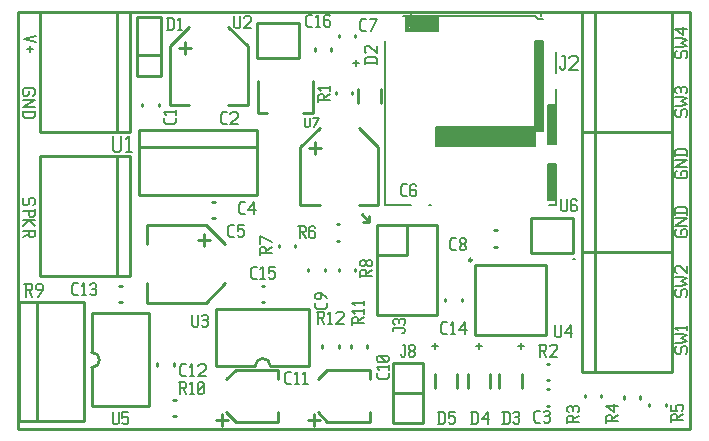
<source format=gbr>
G04 start of page 8 for group -4079 idx -4079 *
G04 Title: (unknown), topsilk *
G04 Creator: pcb 20110918 *
G04 CreationDate: Fri 20 Jun 2014 04:10:56 PM GMT UTC *
G04 For: ndholmes *
G04 Format: Gerber/RS-274X *
G04 PCB-Dimensions: 225000 140000 *
G04 PCB-Coordinate-Origin: lower left *
%MOIN*%
%FSLAX25Y25*%
%LNTOPSILK*%
%ADD75C,0.0080*%
%ADD74C,0.0100*%
G54D74*X179500Y139500D02*X500D01*
Y58500D01*
Y61000D02*Y500D01*
X224500D02*Y139500D01*
X167500D01*
X500Y500D02*X224500D01*
X117500Y69500D02*X116000D01*
X116500D02*X115500D01*
X115000Y72000D02*X117500Y69500D01*
Y71500D01*
G54D75*X219500Y66500D02*X220000Y67000D01*
X219500Y66500D02*Y65000D01*
X220000Y64500D02*X219500Y65000D01*
X220000Y64500D02*X223000D01*
X223500Y65000D01*
Y66500D02*Y65000D01*
Y66500D02*X223000Y67000D01*
X222000D02*X223000D01*
X221500Y66500D02*X222000Y67000D01*
X221500Y66500D02*Y65500D01*
X219500Y68200D02*X223500D01*
X219500D02*X223500Y70700D01*
X219500D02*X223500D01*
X219500Y72400D02*X223500D01*
X219500Y73700D02*X220200Y74400D01*
X222800D01*
X223500Y73700D02*X222800Y74400D01*
X223500Y73700D02*Y71900D01*
X219500Y73700D02*Y71900D01*
Y86000D02*X220000Y86500D01*
X219500Y86000D02*Y84500D01*
X220000Y84000D02*X219500Y84500D01*
X220000Y84000D02*X223000D01*
X223500Y84500D01*
Y86000D02*Y84500D01*
Y86000D02*X223000Y86500D01*
X222000D02*X223000D01*
X221500Y86000D02*X222000Y86500D01*
X221500Y86000D02*Y85000D01*
X219500Y87700D02*X223500D01*
X219500D02*X223500Y90200D01*
X219500D02*X223500D01*
X219500Y91900D02*X223500D01*
X219500Y93200D02*X220200Y93900D01*
X222800D01*
X223500Y93200D02*X222800Y93900D01*
X223500Y93200D02*Y91400D01*
X219500Y93200D02*Y91400D01*
Y86000D02*X220000Y86500D01*
X219500Y86000D02*Y84500D01*
X220000Y84000D02*X219500Y84500D01*
X220000Y84000D02*X223000D01*
X223500Y84500D01*
Y86000D02*Y84500D01*
Y86000D02*X223000Y86500D01*
X222000D02*X223000D01*
X221500Y86000D02*X222000Y86500D01*
X221500Y86000D02*Y85000D01*
X219500Y87700D02*X223500D01*
X219500D02*X223500Y90200D01*
X219500D02*X223500D01*
X219500Y91900D02*X223500D01*
X219500Y93200D02*X220200Y93900D01*
X222800D01*
X223500Y93200D02*X222800Y93900D01*
X223500Y93200D02*Y91400D01*
X219500Y93200D02*Y91400D01*
Y27500D02*X220000Y28000D01*
X219500Y27500D02*Y26000D01*
X220000Y25500D02*X219500Y26000D01*
X220000Y25500D02*X221000D01*
X221500Y26000D01*
Y27500D02*Y26000D01*
Y27500D02*X222000Y28000D01*
X223000D01*
X223500Y27500D02*X223000Y28000D01*
X223500Y27500D02*Y26000D01*
X223000Y25500D02*X223500Y26000D01*
X219500Y29200D02*X221500D01*
X223500Y29700D01*
X221500Y30700D01*
X223500Y31700D01*
X221500Y32200D01*
X219500D02*X221500D01*
X220300Y33400D02*X219500Y34200D01*
X223500D01*
Y34900D02*Y33400D01*
X219500Y46500D02*X220000Y47000D01*
X219500Y46500D02*Y45000D01*
X220000Y44500D02*X219500Y45000D01*
X220000Y44500D02*X221000D01*
X221500Y45000D01*
Y46500D02*Y45000D01*
Y46500D02*X222000Y47000D01*
X223000D01*
X223500Y46500D02*X223000Y47000D01*
X223500Y46500D02*Y45000D01*
X223000Y44500D02*X223500Y45000D01*
X219500Y48200D02*X221500D01*
X223500Y48700D01*
X221500Y49700D01*
X223500Y50700D01*
X221500Y51200D01*
X219500D02*X221500D01*
X220000Y52400D02*X219500Y52900D01*
Y54400D02*Y52900D01*
Y54400D02*X220000Y54900D01*
X221000D01*
X223500Y52400D02*X221000Y54900D01*
X223500D02*Y52400D01*
X6500Y131500D02*X2500Y130500D01*
X6500Y129500D01*
X4500Y128300D02*Y126300D01*
X3500Y127300D02*X5500D01*
X6000Y112000D02*X5500Y111500D01*
X6000Y113500D02*Y112000D01*
X5500Y114000D02*X6000Y113500D01*
X2500Y114000D02*X5500D01*
X2500D02*X2000Y113500D01*
Y112000D01*
X2500Y111500D01*
X3500D01*
X4000Y112000D02*X3500Y111500D01*
X4000Y113000D02*Y112000D01*
X2000Y110300D02*X6000D01*
X2000Y107800D01*
X6000D01*
X2000Y106100D02*X6000D01*
Y104800D02*X5300Y104100D01*
X2700D02*X5300D01*
X2000Y104800D02*X2700Y104100D01*
X2000Y106600D02*Y104800D01*
X6000Y106600D02*Y104800D01*
Y75500D02*X5500Y75000D01*
X6000Y77000D02*Y75500D01*
X5500Y77500D02*X6000Y77000D01*
X4500Y77500D02*X5500D01*
X4500D02*X4000Y77000D01*
Y75500D01*
X3500Y75000D01*
X2500D02*X3500D01*
X2000Y75500D02*X2500Y75000D01*
X2000Y77000D02*Y75500D01*
X2500Y77500D02*X2000Y77000D01*
Y73300D02*X6000D01*
Y73800D02*Y71800D01*
X5500Y71300D01*
X4500D02*X5500D01*
X4000Y71800D02*X4500Y71300D01*
X4000Y73300D02*Y71800D01*
X2000Y70100D02*X6000D01*
X4000D02*X6000Y68100D01*
X4000Y70100D02*X2000Y68100D01*
X6000Y66900D02*Y64900D01*
X5500Y64400D01*
X4500D02*X5500D01*
X4000Y64900D02*X4500Y64400D01*
X4000Y66400D02*Y64900D01*
X2000Y66400D02*X6000D01*
X4000Y65600D02*X2000Y64400D01*
X219500Y106500D02*X220000Y107000D01*
X219500Y106500D02*Y105000D01*
X220000Y104500D02*X219500Y105000D01*
X220000Y104500D02*X221000D01*
X221500Y105000D01*
Y106500D02*Y105000D01*
Y106500D02*X222000Y107000D01*
X223000D01*
X223500Y106500D02*X223000Y107000D01*
X223500Y106500D02*Y105000D01*
X223000Y104500D02*X223500Y105000D01*
X219500Y108200D02*X221500D01*
X223500Y108700D01*
X221500Y109700D01*
X223500Y110700D01*
X221500Y111200D01*
X219500D02*X221500D01*
X220000Y112400D02*X219500Y112900D01*
Y113900D02*Y112900D01*
Y113900D02*X220000Y114400D01*
X223500Y113900D02*X223000Y114400D01*
X223500Y113900D02*Y112900D01*
X223000Y112400D02*X223500Y112900D01*
X221300Y113900D02*Y112900D01*
X220000Y114400D02*X220800D01*
X221800D02*X223000D01*
X221800D02*X221300Y113900D01*
X220800Y114400D02*X221300Y113900D01*
X219500Y126000D02*X220000Y126500D01*
X219500Y126000D02*Y124500D01*
X220000Y124000D02*X219500Y124500D01*
X220000Y124000D02*X221000D01*
X221500Y124500D01*
Y126000D02*Y124500D01*
Y126000D02*X222000Y126500D01*
X223000D01*
X223500Y126000D02*X223000Y126500D01*
X223500Y126000D02*Y124500D01*
X223000Y124000D02*X223500Y124500D01*
X219500Y127700D02*X221500D01*
X223500Y128200D01*
X221500Y129200D01*
X223500Y130200D01*
X221500Y130700D01*
X219500D02*X221500D01*
X222000Y131900D02*X219500Y133900D01*
X222000Y134400D02*Y131900D01*
X219500Y133900D02*X223500D01*
X112000Y122500D02*X114000D01*
X113000Y123500D02*Y121500D01*
X167000Y28000D02*X169000D01*
X168000Y29000D02*Y27000D01*
X153000Y28000D02*X155000D01*
X154000Y29000D02*Y27000D01*
X185500Y57000D02*X186000D01*
X138500Y28000D02*X140500D01*
X139500Y29000D02*Y27000D01*
G54D74*X51008Y108508D02*X57504D01*
X70496D02*X76992D01*
Y127996D02*Y108508D01*
X51008Y127996D02*Y108508D01*
X76992Y127996D02*X70496Y134492D01*
X51008Y127996D02*X57504Y134492D01*
X54000Y127500D02*X58000D01*
X56000Y129500D02*Y125500D01*
X7700Y139500D02*Y99500D01*
X37700Y139500D02*Y99500D01*
X33300Y139500D02*Y99500D01*
X7700Y139500D02*X37700D01*
X7700Y99500D02*X37700D01*
X48000Y137900D02*Y118200D01*
X40000Y137900D02*Y118200D01*
X48000D01*
X40000Y137900D02*X48000D01*
X40000Y125000D02*X48000D01*
X47255Y108893D02*Y108107D01*
X41745Y108893D02*Y108107D01*
X112755Y131893D02*Y131107D01*
X107245Y131893D02*Y131107D01*
X113760Y113862D02*Y109138D01*
X121240Y113862D02*Y109138D01*
X99245Y127393D02*Y126607D01*
X104755Y127393D02*Y126607D01*
X106245Y112893D02*Y112107D01*
X111755Y112893D02*Y112107D01*
X98750Y116480D02*Y105850D01*
X80250Y116480D02*Y105850D01*
X95500D02*X98750D01*
X80250D02*X83500D01*
X98571Y116480D02*X98750D01*
X80250D02*X80429D01*
X80200Y124100D02*X94100D01*
Y135900D02*Y124100D01*
X80200Y135900D02*X94100D01*
X80200D02*Y124100D01*
X80185Y78657D02*X40815D01*
X80185Y100311D02*X40815D01*
Y94405D02*X80185D01*
Y100311D02*Y78657D01*
X40815D02*Y100311D01*
X7700Y91500D02*Y51500D01*
X37700Y91500D02*Y51500D01*
X33300Y91500D02*Y51500D01*
X7700Y91500D02*X37700D01*
X7700Y51500D02*X37700D01*
X65107Y70745D02*X65893D01*
X65107Y76255D02*X65893D01*
X87245Y61893D02*Y61107D01*
X92755Y61893D02*Y61107D01*
X25000Y8000D02*X44000D01*
Y39000D02*Y8000D01*
X25000Y39000D02*X44000D01*
X25000Y21000D02*Y8000D01*
Y39000D02*Y26000D01*
Y21000D02*G75*G03X25000Y26000I0J2500D01*G01*
X34107Y42745D02*X34893D01*
X34107Y48255D02*X34893D01*
X22343Y42685D02*Y3315D01*
X689Y42685D02*Y3315D01*
X6595Y42685D02*Y3315D01*
X689Y42685D02*X22343D01*
X689Y3315D02*X22343D01*
X43508Y68492D02*Y61996D01*
Y49004D02*Y42508D01*
X62996D01*
X43508Y68492D02*X62996D01*
Y42508D02*X69492Y49004D01*
X62996Y68492D02*X69492Y61996D01*
X62500Y65500D02*Y61500D01*
X60500Y63500D02*X64500D01*
X97500Y40500D02*Y21500D01*
X66500Y40500D02*X97500D01*
X66500D02*Y21500D01*
X84500D02*X97500D01*
X66500D02*X79500D01*
X84500D02*G75*G03X79500Y21500I-2500J0D01*G01*
X52150Y10255D02*X52936D01*
X52150Y4745D02*X52936D01*
X87161Y2839D02*Y6004D01*
Y20161D02*Y16996D01*
X73004Y20161D02*X87161D01*
X73004Y2839D02*X87161D01*
X73004Y20161D02*X69839Y16996D01*
X73004Y2839D02*X69839Y6004D01*
X68500Y5500D02*Y1500D01*
X66500Y3500D02*X70500D01*
X46745Y22393D02*Y21607D01*
X52255Y22393D02*Y21607D01*
X81607Y48255D02*X82393D01*
X81607Y42745D02*X82393D01*
X148255Y43893D02*Y43107D01*
X142745Y43893D02*Y43107D01*
X116755Y28436D02*Y27650D01*
X111245Y28436D02*Y27650D01*
X120000Y68500D02*Y38500D01*
X140000D01*
Y68500D02*Y38500D01*
X120000Y68500D02*X140000D01*
X120000Y58500D02*X130000D01*
Y68500D02*Y58500D01*
X112755Y53893D02*Y53107D01*
X107245Y53893D02*Y53107D01*
X106564Y68755D02*X107350D01*
X106564Y63245D02*X107350D01*
X94508Y75008D02*X101004D01*
X113996D02*X120492D01*
Y94496D02*Y75008D01*
X94508Y94496D02*Y75008D01*
X120492Y94496D02*X113996Y100992D01*
X94508Y94496D02*X101004Y100992D01*
X97500Y94000D02*X101500D01*
X99500Y96000D02*Y92000D01*
X102712Y53893D02*Y53107D01*
X97202Y53893D02*Y53107D01*
X107255Y28393D02*Y27607D01*
X101745Y28393D02*Y27607D01*
X117661Y2839D02*Y6004D01*
Y20161D02*Y16996D01*
X103504Y20161D02*X117661D01*
X103504Y2839D02*X117661D01*
X103504Y20161D02*X100339Y16996D01*
X103504Y2839D02*X100339Y6004D01*
X99000Y5500D02*Y1500D01*
X97000Y3500D02*X101000D01*
X135500Y22500D02*Y2500D01*
X125500Y22500D02*X135500D01*
X125500D02*Y2500D01*
X135500D01*
X125500Y12500D02*X135500D01*
X125500D02*Y2500D01*
X139260Y18862D02*Y14138D01*
X146740Y18862D02*Y14138D01*
X176607Y13755D02*X177393D01*
X176607Y8245D02*X177393D01*
X176607Y22255D02*X177393D01*
X176607Y16745D02*X177393D01*
X171500Y59000D02*X185400D01*
Y70800D02*Y59000D01*
X171500Y70800D02*X185400D01*
X171500D02*Y59000D01*
X152689Y55311D02*X176311D01*
Y31689D01*
X152689D01*
Y55311D01*
X150689Y56811D02*G75*G03X150689Y56811I500J0D01*G01*
X159107Y66755D02*X159893D01*
X159107Y61245D02*X159893D01*
G54D75*X139712Y101122D02*Y94823D01*
X172783Y101122D02*Y94823D01*
X139712Y101122D02*X172783D01*
X139712Y94823D02*X172783D01*
Y99941D02*X175539D01*
Y129862D02*Y99941D01*
X172783Y129862D02*X175539D01*
X172783D02*Y99941D01*
X176917Y76910D02*X179870D01*
Y88721D02*Y76910D01*
X176917Y88721D02*X179870D01*
X176917D02*Y76910D01*
X140500Y136949D02*X139319Y138130D01*
X140500Y137736D02*X140106Y138130D01*
X139713Y133012D02*X134595Y138130D01*
X138926Y133012D02*X133808Y138130D01*
X129870D02*X140500D01*
X129870D02*Y133012D01*
X140500D01*
Y138130D02*Y133012D01*
X179870Y76910D02*X176918Y79862D01*
X179082Y76910D02*X176917Y79075D01*
X178295Y76910D02*X176917Y78288D01*
X177508Y76910D02*X176918Y77500D01*
X179870Y77697D02*X176918Y80649D01*
X179870Y78484D02*X176918Y81436D01*
X179870Y79271D02*X176918Y82223D01*
X179870Y80059D02*X176918Y83011D01*
X179870Y80846D02*X176918Y83798D01*
X179870Y81634D02*X176918Y84586D01*
X179870Y82421D02*X176918Y85373D01*
X179870Y83208D02*X176918Y86160D01*
X179870Y83996D02*X176918Y86948D01*
X179870Y84783D02*X176918Y87735D01*
X179870Y85571D02*X176918Y88523D01*
X179870Y86358D02*X177509Y88720D01*
X179870Y87146D02*X178295Y88721D01*
X179870Y87933D02*X179082Y88721D01*
X179870Y108013D02*X179279Y108603D01*
X138138Y133012D02*X133020Y138130D01*
X137351Y133012D02*X132233Y138130D01*
X136563Y133012D02*X131445Y138130D01*
X135776Y133012D02*X130658Y138130D01*
X134989Y133012D02*X129871Y138130D01*
Y137343D02*X134202Y133012D01*
X129871Y136555D02*X133414Y133012D01*
X129871Y135768D02*X132627Y133012D01*
X129871Y134980D02*X131839Y133012D01*
X129871Y134193D02*X131052Y133012D01*
X129871Y133406D02*X130265Y133012D01*
X128689Y138130D02*X172783D01*
X179870Y126319D02*Y119036D01*
Y113918D02*Y95414D01*
Y88721D02*Y75138D01*
X177508D02*X179870D01*
X137350D02*X138137D01*
X122783D02*X131445D01*
X122783Y129862D02*Y75138D01*
X172783Y138130D02*X173767Y137146D01*
X175342D01*
X175539Y99941D02*X172783Y102697D01*
X174752Y99941D02*X172783Y101910D01*
X173964Y99941D02*X172783Y101122D01*
Y99547D02*X171208Y101122D01*
X175539Y100728D02*X172783Y103484D01*
X175539Y101516D02*X172783Y104272D01*
X175539Y102303D02*X172783Y105059D01*
X175539Y103091D02*X172783Y105847D01*
X175539Y103878D02*X172783Y106634D01*
X175539Y104665D02*X172783Y107421D01*
X175539Y105453D02*X172783Y108209D01*
X175539Y106240D02*X172783Y108996D01*
X175539Y107028D02*X172783Y109784D01*
X175539Y107815D02*X172783Y110571D01*
X175539Y108602D02*X172783Y111358D01*
X175539Y109390D02*X172783Y112146D01*
X175539Y110177D02*X172783Y112933D01*
X175539Y110965D02*X172783Y113721D01*
X175539Y111753D02*X172783Y114509D01*
X175539Y112540D02*X172783Y115296D01*
X175539Y113327D02*X172783Y116083D01*
X175539Y114115D02*X172783Y116871D01*
X175539Y114902D02*X172783Y117658D01*
X175539Y115690D02*X172783Y118446D01*
X175539Y116477D02*X172783Y119233D01*
X175539Y117264D02*X172783Y120020D01*
X175539Y118052D02*X172783Y120808D01*
X175539Y118839D02*X172783Y121595D01*
X175539Y119627D02*X172783Y122383D01*
X175539Y120414D02*X172783Y123170D01*
X175539Y121201D02*X172783Y123957D01*
X175539Y121988D02*X172783Y124744D01*
X175539Y122776D02*X172783Y125532D01*
X175539Y123563D02*X172783Y126319D01*
X175539Y124351D02*X172783Y127107D01*
X175539Y125138D02*X172783Y127894D01*
X175539Y125925D02*X172783Y128681D01*
X175539Y126713D02*X172783Y129469D01*
X175539Y127500D02*X173177Y129862D01*
X175539Y128288D02*X173964Y129862D01*
X175539Y129075D02*X174752Y129862D01*
X172783Y94823D02*X166484Y101122D01*
X172783Y95610D02*X167271Y101122D01*
X172783Y96398D02*X168059Y101122D01*
X172783Y97185D02*X168846Y101122D01*
X172783Y97973D02*X169633Y101123D01*
X172783Y98760D02*X170421Y101122D01*
X173177Y99941D02*X171996Y101122D01*
X171995Y94823D02*X165696Y101122D01*
X171208Y94823D02*X164909Y101122D01*
X170420Y94823D02*X164121Y101122D01*
X169633Y94823D02*X163334Y101122D01*
X168845Y94823D02*X162546Y101122D01*
X168058Y94823D02*X161759Y101122D01*
X167270Y94823D02*X160971Y101122D01*
X166483Y94823D02*X160184Y101122D01*
X165695Y94823D02*X159396Y101122D01*
X164908Y94823D02*X158609Y101122D01*
X164120Y94823D02*X157821Y101122D01*
X163333Y94823D02*X157034Y101122D01*
X162545Y94823D02*X156246Y101122D01*
X161758Y94823D02*X155459Y101122D01*
X160970Y94823D02*X154671Y101122D01*
X160184Y94823D02*X153885Y101122D01*
X159396Y94823D02*X153097Y101122D01*
X158609Y94823D02*X152310Y101122D01*
X157821Y94823D02*X151522Y101122D01*
X157034Y94823D02*X150735Y101122D01*
X156246Y94823D02*X149947Y101122D01*
X155459Y94823D02*X149160Y101122D01*
X154671Y94823D02*X148372Y101122D01*
X153885Y94823D02*X147586Y101122D01*
X153097Y94823D02*X146798Y101122D01*
X152310Y94823D02*X146011Y101122D01*
X151522Y94823D02*X145223Y101122D01*
X150735Y94823D02*X144436Y101122D01*
X149947Y94823D02*X143648Y101122D01*
X149160Y94823D02*X142861Y101122D01*
X148372Y94823D02*X142073Y101122D01*
X147586Y94823D02*X141287Y101122D01*
X146798Y94823D02*X140499Y101122D01*
X146011Y94823D02*X139712Y101122D01*
X145223Y94823D02*X139711Y100335D01*
X144436Y94823D02*X139712Y99547D01*
X143648Y94823D02*X139712Y98760D01*
X142861Y94823D02*X139711Y97973D01*
X142073Y94823D02*X139711Y97185D01*
X141287Y94823D02*X139712Y96398D01*
X140500Y94823D02*X139713Y95610D01*
X140500Y133012D02*X135382Y138130D01*
X140500Y133799D02*X136169Y138130D01*
X140500Y134587D02*X136957Y138130D01*
X140500Y135374D02*X137744Y138130D01*
X140500Y136162D02*X138532Y138130D01*
X179870Y108603D02*Y95414D01*
X176917Y108604D02*X179870D01*
X176917Y108603D02*Y95414D01*
X179870D01*
X176918Y98366D01*
X179082Y95414D02*X176917Y97579D01*
X178295Y95414D02*X176917Y96792D01*
X177508Y95414D02*X176918Y96004D01*
X179870Y96201D02*X176918Y99153D01*
X179870Y96988D02*X176918Y99940D01*
X179870Y97775D02*X176918Y100727D01*
X179870Y98563D02*X176918Y101515D01*
X179870Y99350D02*X176918Y102302D01*
X179870Y100138D02*X176918Y103090D01*
X179870Y100925D02*X176918Y103877D01*
X179870Y101712D02*X176918Y104664D01*
X179870Y102500D02*X176918Y105452D01*
X179870Y103287D02*X176918Y106239D01*
X179870Y104075D02*X176918Y107027D01*
X179870Y104862D02*X176918Y107814D01*
X179870Y105650D02*X176917Y108602D01*
X179870Y106437D02*X177704Y108603D01*
X179870Y107225D02*X178492Y108603D01*
X131445Y139705D02*Y138130D01*
X174752Y139705D02*Y138130D01*
G54D74*X189245Y11850D02*Y11064D01*
X194755Y11850D02*Y11064D01*
X218300Y139500D02*Y99500D01*
X188300Y139500D02*Y99500D01*
X192700Y139500D02*Y99500D01*
X188300D02*X218300D01*
X188300Y139500D02*X218300D01*
Y59500D02*Y19500D01*
X188300Y59500D02*Y19500D01*
X192700Y59500D02*Y19500D01*
X188300D02*X218300D01*
X188300Y59500D02*X218300D01*
Y99500D02*Y59500D01*
X188300Y99500D02*Y59500D01*
X192700Y99500D02*Y59500D01*
X188300D02*X218300D01*
X188300Y99500D02*X218300D01*
X210788Y8850D02*Y8064D01*
X216298Y8850D02*Y8064D01*
X202245Y11393D02*Y10607D01*
X207755Y11393D02*Y10607D01*
X160760Y18862D02*Y14138D01*
X168240Y18862D02*Y14138D01*
X150260Y18862D02*Y14138D01*
X157740Y18862D02*Y14138D01*
G54D75*X174000Y28500D02*X176000D01*
X176500Y28000D01*
Y27000D01*
X176000Y26500D02*X176500Y27000D01*
X174500Y26500D02*X176000D01*
X174500Y28500D02*Y24500D01*
X175300Y26500D02*X176500Y24500D01*
X177700Y28000D02*X178200Y28500D01*
X179700D01*
X180200Y28000D01*
Y27000D01*
X177700Y24500D02*X180200Y27000D01*
X177700Y24500D02*X180200D01*
X181500Y77000D02*Y73500D01*
X182000Y73000D01*
X183000D01*
X183500Y73500D01*
Y77000D02*Y73500D01*
X186200Y77000D02*X186700Y76500D01*
X185200Y77000D02*X186200D01*
X184700Y76500D02*X185200Y77000D01*
X184700Y76500D02*Y73500D01*
X185200Y73000D01*
X186200Y75200D02*X186700Y74700D01*
X184700Y75200D02*X186200D01*
X185200Y73000D02*X186200D01*
X186700Y73500D01*
Y74700D02*Y73500D01*
X179500Y35000D02*Y31500D01*
X180000Y31000D01*
X181000D01*
X181500Y31500D01*
Y35000D02*Y31500D01*
X182700Y32500D02*X184700Y35000D01*
X182700Y32500D02*X185200D01*
X184700Y35000D02*Y31000D01*
X173050Y2650D02*X174350D01*
X172350Y3350D02*X173050Y2650D01*
X172350Y5950D02*Y3350D01*
Y5950D02*X173050Y6650D01*
X174350D01*
X175550Y6150D02*X176050Y6650D01*
X177050D01*
X177550Y6150D01*
X177050Y2650D02*X177550Y3150D01*
X176050Y2650D02*X177050D01*
X175550Y3150D02*X176050Y2650D01*
Y4850D02*X177050D01*
X177550Y6150D02*Y5350D01*
Y4350D02*Y3150D01*
Y4350D02*X177050Y4850D01*
X177550Y5350D02*X177050Y4850D01*
X183500Y4457D02*Y2457D01*
Y4457D02*X184000Y4957D01*
X185000D01*
X185500Y4457D02*X185000Y4957D01*
X185500Y4457D02*Y2957D01*
X183500D02*X187500D01*
X185500Y3757D02*X187500Y4957D01*
X184000Y6157D02*X183500Y6657D01*
Y7657D02*Y6657D01*
Y7657D02*X184000Y8157D01*
X187500Y7657D02*X187000Y8157D01*
X187500Y7657D02*Y6657D01*
X187000Y6157D02*X187500Y6657D01*
X185300Y7657D02*Y6657D01*
X184000Y8157D02*X184800D01*
X185800D02*X187000D01*
X185800D02*X185300Y7657D01*
X184800Y8157D02*X185300Y7657D01*
X218043Y4957D02*Y2957D01*
Y4957D02*X218543Y5457D01*
X219543D01*
X220043Y4957D02*X219543Y5457D01*
X220043Y4957D02*Y3457D01*
X218043D02*X222043D01*
X220043Y4257D02*X222043Y5457D01*
X218043Y8657D02*Y6657D01*
X220043D01*
X219543Y7157D01*
Y8157D02*Y7157D01*
Y8157D02*X220043Y8657D01*
X221543D01*
X222043Y8157D02*X221543Y8657D01*
X222043Y8157D02*Y7157D01*
X221543Y6657D02*X222043Y7157D01*
X196500Y4586D02*Y2586D01*
Y4586D02*X197000Y5086D01*
X198000D01*
X198500Y4586D02*X198000Y5086D01*
X198500Y4586D02*Y3086D01*
X196500D02*X200500D01*
X198500Y3886D02*X200500Y5086D01*
X199000Y6286D02*X196500Y8286D01*
X199000Y8786D02*Y6286D01*
X196500Y8286D02*X200500D01*
X162255Y6245D02*Y2245D01*
X163555Y6245D02*X164255Y5545D01*
Y2945D01*
X163555Y2245D02*X164255Y2945D01*
X161755Y2245D02*X163555D01*
X161755Y6245D02*X163555D01*
X165455Y5745D02*X165955Y6245D01*
X166955D01*
X167455Y5745D01*
X166955Y2245D02*X167455Y2745D01*
X165955Y2245D02*X166955D01*
X165455Y2745D02*X165955Y2245D01*
Y4445D02*X166955D01*
X167455Y5745D02*Y4945D01*
Y3945D02*Y2745D01*
Y3945D02*X166955Y4445D01*
X167455Y4945D02*X166955Y4445D01*
X151755Y6245D02*Y2245D01*
X153055Y6245D02*X153755Y5545D01*
Y2945D01*
X153055Y2245D02*X153755Y2945D01*
X151255Y2245D02*X153055D01*
X151255Y6245D02*X153055D01*
X154955Y3745D02*X156955Y6245D01*
X154955Y3745D02*X157455D01*
X156955Y6245D02*Y2245D01*
X140755Y6245D02*Y2245D01*
X142055Y6245D02*X142755Y5545D01*
Y2945D01*
X142055Y2245D02*X142755Y2945D01*
X140255Y2245D02*X142055D01*
X140255Y6245D02*X142055D01*
X143955D02*X145955D01*
X143955D02*Y4245D01*
X144455Y4745D01*
X145455D01*
X145955Y4245D01*
Y2745D01*
X145455Y2245D02*X145955Y2745D01*
X144455Y2245D02*X145455D01*
X143955Y2745D02*X144455Y2245D01*
X181812Y124840D02*X182740D01*
Y120780D01*
X182160Y120200D02*X182740Y120780D01*
X181580Y120200D02*X182160D01*
X181000Y120780D02*X181580Y120200D01*
X181000Y121360D02*Y120780D01*
X184132Y124260D02*X184712Y124840D01*
X186452D01*
X187032Y124260D01*
Y123100D01*
X184132Y120200D02*X187032Y123100D01*
X184132Y120200D02*X187032D01*
X32000Y98170D02*Y93515D01*
X32665Y92850D01*
X33995D01*
X34660Y93515D01*
Y98170D02*Y93515D01*
X36256Y97106D02*X37320Y98170D01*
Y92850D01*
X36256D02*X38251D01*
X50500Y137500D02*Y133500D01*
X51800Y137500D02*X52500Y136800D01*
Y134200D01*
X51800Y133500D02*X52500Y134200D01*
X50000Y133500D02*X51800D01*
X50000Y137500D02*X51800D01*
X53700Y136700D02*X54500Y137500D01*
Y133500D01*
X53700D02*X55200D01*
X53000Y104000D02*Y102700D01*
X52300Y102000D02*X53000Y102700D01*
X49700Y102000D02*X52300D01*
X49700D02*X49000Y102700D01*
Y104000D02*Y102700D01*
X49800Y105200D02*X49000Y106000D01*
X53000D01*
Y106700D02*Y105200D01*
X81000Y60500D02*Y58500D01*
Y60500D02*X81500Y61000D01*
X82500D01*
X83000Y60500D02*X82500Y61000D01*
X83000Y60500D02*Y59000D01*
X81000D02*X85000D01*
X83000Y59800D02*X85000Y61000D01*
Y62700D02*X81000Y64700D01*
Y62200D01*
X68700Y102000D02*X70000D01*
X68000Y102700D02*X68700Y102000D01*
X68000Y105300D02*Y102700D01*
Y105300D02*X68700Y106000D01*
X70000D01*
X71200Y105500D02*X71700Y106000D01*
X73200D01*
X73700Y105500D01*
Y104500D01*
X71200Y102000D02*X73700Y104500D01*
X71200Y102000D02*X73700D01*
X71200Y64500D02*X72500D01*
X70500Y65200D02*X71200Y64500D01*
X70500Y67800D02*Y65200D01*
Y67800D02*X71200Y68500D01*
X72500D01*
X73700D02*X75700D01*
X73700D02*Y66500D01*
X74200Y67000D01*
X75200D01*
X75700Y66500D01*
Y65000D01*
X75200Y64500D02*X75700Y65000D01*
X74200Y64500D02*X75200D01*
X73700Y65000D02*X74200Y64500D01*
X74700Y72000D02*X76000D01*
X74000Y72700D02*X74700Y72000D01*
X74000Y75300D02*Y72700D01*
Y75300D02*X74700Y76000D01*
X76000D01*
X77200Y73500D02*X79200Y76000D01*
X77200Y73500D02*X79700D01*
X79200Y76000D02*Y72000D01*
X78700Y50500D02*X80000D01*
X78000Y51200D02*X78700Y50500D01*
X78000Y53800D02*Y51200D01*
Y53800D02*X78700Y54500D01*
X80000D01*
X81200Y53700D02*X82000Y54500D01*
Y50500D01*
X81200D02*X82700D01*
X83900Y54500D02*X85900D01*
X83900D02*Y52500D01*
X84400Y53000D01*
X85400D01*
X85900Y52500D01*
Y51000D01*
X85400Y50500D02*X85900Y51000D01*
X84400Y50500D02*X85400D01*
X83900Y51000D02*X84400Y50500D01*
X72500Y138000D02*Y134500D01*
X73000Y134000D01*
X74000D01*
X74500Y134500D01*
Y138000D02*Y134500D01*
X75700Y137500D02*X76200Y138000D01*
X77700D01*
X78200Y137500D01*
Y136500D01*
X75700Y134000D02*X78200Y136500D01*
X75700Y134000D02*X78200D01*
X53936Y16150D02*X55936D01*
X56436Y15650D01*
Y14650D01*
X55936Y14150D02*X56436Y14650D01*
X54436Y14150D02*X55936D01*
X54436Y16150D02*Y12150D01*
X55236Y14150D02*X56436Y12150D01*
X57636Y15350D02*X58436Y16150D01*
Y12150D01*
X57636D02*X59136D01*
X60336Y12650D02*X60836Y12150D01*
X60336Y15650D02*Y12650D01*
Y15650D02*X60836Y16150D01*
X61836D01*
X62336Y15650D01*
Y12650D01*
X61836Y12150D02*X62336Y12650D01*
X60836Y12150D02*X61836D01*
X60336Y13150D02*X62336Y15150D01*
X32000Y6000D02*Y2500D01*
X32500Y2000D01*
X33500D01*
X34000Y2500D01*
Y6000D02*Y2500D01*
X35200Y6000D02*X37200D01*
X35200D02*Y4000D01*
X35700Y4500D01*
X36700D01*
X37200Y4000D01*
Y2500D01*
X36700Y2000D02*X37200Y2500D01*
X35700Y2000D02*X36700D01*
X35200Y2500D02*X35700Y2000D01*
X19200Y45000D02*X20500D01*
X18500Y45700D02*X19200Y45000D01*
X18500Y48300D02*Y45700D01*
Y48300D02*X19200Y49000D01*
X20500D01*
X21700Y48200D02*X22500Y49000D01*
Y45000D01*
X21700D02*X23200D01*
X24400Y48500D02*X24900Y49000D01*
X25900D01*
X26400Y48500D01*
X25900Y45000D02*X26400Y45500D01*
X24900Y45000D02*X25900D01*
X24400Y45500D02*X24900Y45000D01*
Y47200D02*X25900D01*
X26400Y48500D02*Y47700D01*
Y46700D02*Y45500D01*
Y46700D02*X25900Y47200D01*
X26400Y47700D02*X25900Y47200D01*
X2500Y48920D02*X4660D01*
X5200Y48380D01*
Y47300D01*
X4660Y46760D02*X5200Y47300D01*
X3040Y46760D02*X4660D01*
X3040Y48920D02*Y44600D01*
X3904Y46760D02*X5200Y44600D01*
X7036D02*X8656Y46760D01*
Y48380D02*Y46760D01*
X8116Y48920D02*X8656Y48380D01*
X7036Y48920D02*X8116D01*
X6496Y48380D02*X7036Y48920D01*
X6496Y48380D02*Y47300D01*
X7036Y46760D01*
X8656D01*
X55200Y18000D02*X56500D01*
X54500Y18700D02*X55200Y18000D01*
X54500Y21300D02*Y18700D01*
Y21300D02*X55200Y22000D01*
X56500D01*
X57700Y21200D02*X58500Y22000D01*
Y18000D01*
X57700D02*X59200D01*
X60400Y21500D02*X60900Y22000D01*
X62400D01*
X62900Y21500D01*
Y20500D01*
X60400Y18000D02*X62900Y20500D01*
X60400Y18000D02*X62900D01*
X58500Y38500D02*Y35000D01*
X59000Y34500D01*
X60000D01*
X60500Y35000D01*
Y38500D02*Y35000D01*
X61700Y38000D02*X62200Y38500D01*
X63200D01*
X63700Y38000D01*
X63200Y34500D02*X63700Y35000D01*
X62200Y34500D02*X63200D01*
X61700Y35000D02*X62200Y34500D01*
Y36700D02*X63200D01*
X63700Y38000D02*Y37200D01*
Y36200D02*Y35000D01*
Y36200D02*X63200Y36700D01*
X63700Y37200D02*X63200Y36700D01*
X93764Y68150D02*X95764D01*
X96264Y67650D01*
Y66650D01*
X95764Y66150D02*X96264Y66650D01*
X94264Y66150D02*X95764D01*
X94264Y68150D02*Y64150D01*
X95064Y66150D02*X96264Y64150D01*
X98964Y68150D02*X99464Y67650D01*
X97964Y68150D02*X98964D01*
X97464Y67650D02*X97964Y68150D01*
X97464Y67650D02*Y64650D01*
X97964Y64150D01*
X98964Y66350D02*X99464Y65850D01*
X97464Y66350D02*X98964D01*
X97964Y64150D02*X98964D01*
X99464Y64650D01*
Y65850D02*Y64650D01*
X145200Y60000D02*X146500D01*
X144500Y60700D02*X145200Y60000D01*
X144500Y63300D02*Y60700D01*
Y63300D02*X145200Y64000D01*
X146500D01*
X147700Y60500D02*X148200Y60000D01*
X147700Y61300D02*Y60500D01*
Y61300D02*X148400Y62000D01*
X149000D01*
X149700Y61300D01*
Y60500D01*
X149200Y60000D02*X149700Y60500D01*
X148200Y60000D02*X149200D01*
X147700Y62700D02*X148400Y62000D01*
X147700Y63500D02*Y62700D01*
Y63500D02*X148200Y64000D01*
X149200D01*
X149700Y63500D01*
Y62700D01*
X149000Y62000D02*X149700Y62700D01*
X103500Y42500D02*Y41200D01*
X102800Y40500D02*X103500Y41200D01*
X100200Y40500D02*X102800D01*
X100200D02*X99500Y41200D01*
Y42500D02*Y41200D01*
X103500Y44200D02*X101500Y45700D01*
X100000D02*X101500D01*
X99500Y45200D02*X100000Y45700D01*
X99500Y45200D02*Y44200D01*
X100000Y43700D02*X99500Y44200D01*
X100000Y43700D02*X101000D01*
X101500Y44200D01*
Y45700D02*Y44200D01*
X100000Y39500D02*X102000D01*
X102500Y39000D01*
Y38000D01*
X102000Y37500D02*X102500Y38000D01*
X100500Y37500D02*X102000D01*
X100500Y39500D02*Y35500D01*
X101300Y37500D02*X102500Y35500D01*
X103700Y38700D02*X104500Y39500D01*
Y35500D01*
X103700D02*X105200D01*
X106400Y39000D02*X106900Y39500D01*
X108400D01*
X108900Y39000D01*
Y38000D01*
X106400Y35500D02*X108900Y38000D01*
X106400Y35500D02*X108900D01*
X90200Y15500D02*X91500D01*
X89500Y16200D02*X90200Y15500D01*
X89500Y18800D02*Y16200D01*
Y18800D02*X90200Y19500D01*
X91500D01*
X92700Y18700D02*X93500Y19500D01*
Y15500D01*
X92700D02*X94200D01*
X95400Y18700D02*X96200Y19500D01*
Y15500D01*
X95400D02*X96900D01*
X124000Y19000D02*Y17700D01*
X123300Y17000D02*X124000Y17700D01*
X120700Y17000D02*X123300D01*
X120700D02*X120000Y17700D01*
Y19000D02*Y17700D01*
X120800Y20200D02*X120000Y21000D01*
X124000D01*
Y21700D02*Y20200D01*
X123500Y22900D02*X124000Y23400D01*
X120500Y22900D02*X123500D01*
X120500D02*X120000Y23400D01*
Y24400D02*Y23400D01*
Y24400D02*X120500Y24900D01*
X123500D01*
X124000Y24400D02*X123500Y24900D01*
X124000Y24400D02*Y23400D01*
X123000Y22900D02*X121000Y24900D01*
X142200Y32000D02*X143500D01*
X141500Y32700D02*X142200Y32000D01*
X141500Y35300D02*Y32700D01*
Y35300D02*X142200Y36000D01*
X143500D01*
X144700Y35200D02*X145500Y36000D01*
Y32000D01*
X144700D02*X146200D01*
X147400Y33500D02*X149400Y36000D01*
X147400Y33500D02*X149900D01*
X149400Y36000D02*Y32000D01*
X111850Y37264D02*Y35264D01*
Y37264D02*X112350Y37764D01*
X113350D01*
X113850Y37264D02*X113350Y37764D01*
X113850Y37264D02*Y35764D01*
X111850D02*X115850D01*
X113850Y36564D02*X115850Y37764D01*
X112650Y38964D02*X111850Y39764D01*
X115850D01*
Y40464D02*Y38964D01*
X112650Y41664D02*X111850Y42464D01*
X115850D01*
Y43164D02*Y41664D01*
X128700Y28500D02*X129500D01*
Y25000D01*
X129000Y24500D02*X129500Y25000D01*
X128500Y24500D02*X129000D01*
X128000Y25000D02*X128500Y24500D01*
X128000Y25500D02*Y25000D01*
X130700D02*X131200Y24500D01*
X130700Y25800D02*Y25000D01*
Y25800D02*X131400Y26500D01*
X132000D01*
X132700Y25800D01*
Y25000D01*
X132200Y24500D02*X132700Y25000D01*
X131200Y24500D02*X132200D01*
X130700Y27200D02*X131400Y26500D01*
X130700Y28000D02*Y27200D01*
Y28000D02*X131200Y28500D01*
X132200D01*
X132700Y28000D01*
Y27200D01*
X132000Y26500D02*X132700Y27200D01*
X125500Y34000D02*Y33200D01*
Y34000D02*X129000D01*
X129500Y33500D02*X129000Y34000D01*
X129500Y33500D02*Y33000D01*
X129000Y32500D02*X129500Y33000D01*
X128500Y32500D02*X129000D01*
X126000Y35200D02*X125500Y35700D01*
Y36700D02*Y35700D01*
Y36700D02*X126000Y37200D01*
X129500Y36700D02*X129000Y37200D01*
X129500Y36700D02*Y35700D01*
X129000Y35200D02*X129500Y35700D01*
X127300Y36700D02*Y35700D01*
X126000Y37200D02*X126800D01*
X127800D02*X129000D01*
X127800D02*X127300Y36700D01*
X126800Y37200D02*X127300Y36700D01*
X114500Y53000D02*Y51000D01*
Y53000D02*X115000Y53500D01*
X116000D01*
X116500Y53000D02*X116000Y53500D01*
X116500Y53000D02*Y51500D01*
X114500D02*X118500D01*
X116500Y52300D02*X118500Y53500D01*
X118000Y54700D02*X118500Y55200D01*
X117200Y54700D02*X118000D01*
X117200D02*X116500Y55400D01*
Y56000D02*Y55400D01*
Y56000D02*X117200Y56700D01*
X118000D01*
X118500Y56200D02*X118000Y56700D01*
X118500Y56200D02*Y55200D01*
X115800Y54700D02*X116500Y55400D01*
X115000Y54700D02*X115800D01*
X115000D02*X114500Y55200D01*
Y56200D02*Y55200D01*
Y56200D02*X115000Y56700D01*
X115800D01*
X116500Y56000D02*X115800Y56700D01*
X128700Y78000D02*X130000D01*
X128000Y78700D02*X128700Y78000D01*
X128000Y81300D02*Y78700D01*
Y81300D02*X128700Y82000D01*
X130000D01*
X132700D02*X133200Y81500D01*
X131700Y82000D02*X132700D01*
X131200Y81500D02*X131700Y82000D01*
X131200Y81500D02*Y78500D01*
X131700Y78000D01*
X132700Y80200D02*X133200Y79700D01*
X131200Y80200D02*X132700D01*
X131700Y78000D02*X132700D01*
X133200Y78500D01*
Y79700D02*Y78500D01*
X115200Y133000D02*X116500D01*
X114500Y133700D02*X115200Y133000D01*
X114500Y136300D02*Y133700D01*
Y136300D02*X115200Y137000D01*
X116500D01*
X118200Y133000D02*X120200Y137000D01*
X117700D02*X120200D01*
X116000Y122500D02*X120000D01*
X116000Y123800D02*X116700Y124500D01*
X119300D01*
X120000Y123800D02*X119300Y124500D01*
X120000Y123800D02*Y122000D01*
X116000Y123800D02*Y122000D01*
X116500Y125700D02*X116000Y126200D01*
Y127700D02*Y126200D01*
Y127700D02*X116500Y128200D01*
X117500D01*
X120000Y125700D02*X117500Y128200D01*
X120000D02*Y125700D01*
X97200Y134500D02*X98500D01*
X96500Y135200D02*X97200Y134500D01*
X96500Y137800D02*Y135200D01*
Y137800D02*X97200Y138500D01*
X98500D01*
X99700Y137700D02*X100500Y138500D01*
Y134500D01*
X99700D02*X101200D01*
X103900Y138500D02*X104400Y138000D01*
X102900Y138500D02*X103900D01*
X102400Y138000D02*X102900Y138500D01*
X102400Y138000D02*Y135000D01*
X102900Y134500D01*
X103900Y136700D02*X104400Y136200D01*
X102400Y136700D02*X103900D01*
X102900Y134500D02*X103900D01*
X104400Y135000D01*
Y136200D02*Y135000D01*
X100500Y111500D02*Y109500D01*
Y111500D02*X101000Y112000D01*
X102000D01*
X102500Y111500D02*X102000Y112000D01*
X102500Y111500D02*Y110000D01*
X100500D02*X104500D01*
X102500Y110800D02*X104500Y112000D01*
X101300Y113200D02*X100500Y114000D01*
X104500D01*
Y114700D02*Y113200D01*
X96000Y104200D02*Y101400D01*
X96400Y101000D01*
X97200D01*
X97600Y101400D01*
Y104200D02*Y101400D01*
X98960Y101000D02*X100560Y104200D01*
X98560D02*X100560D01*
M02*

</source>
